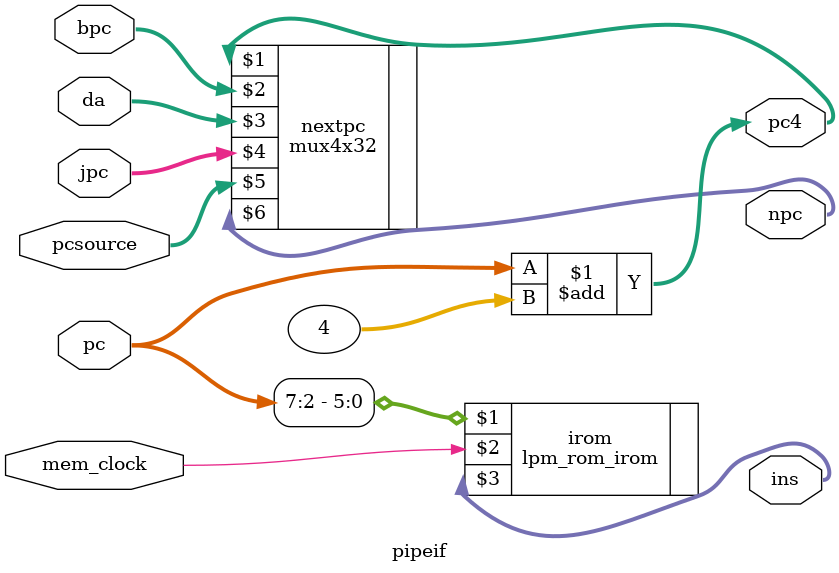
<source format=v>
module pipeif(pcsource, pc, bpc, da, jpc, npc, pc4, ins, mem_clock);
// pcsource选择pc的来源,da是从寄存器中取出的pc值
	input [1:0] pcsource;
	input mem_clock;
	input [31:0] pc, bpc, jpc, da;
	output [31:0] npc, pc4, ins;
	
	wire [31:0] npc, pc4, ins;
	assign pc4 = pc + 4;
	
	mux4x32 nextpc( pc4, bpc, da, jpc, pcsource, npc); // 下一个pc值
	lpm_rom_irom irom(pc[7:2], mem_clock, ins);
	
endmodule

</source>
